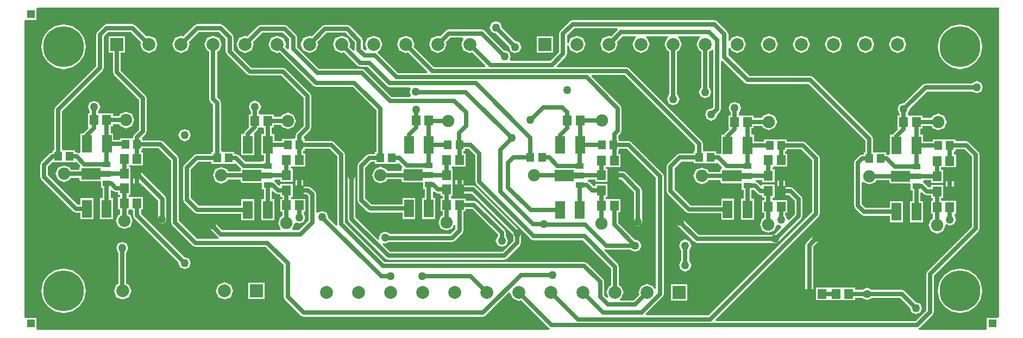
<source format=gtl>
G04 Layer_Physical_Order=1*
G04 Layer_Color=255*
%FSLAX25Y25*%
%MOIN*%
G70*
G01*
G75*
%ADD10R,0.05512X0.05906*%
%ADD11C,0.07500*%
%ADD12R,0.04724X0.05512*%
%ADD13R,0.05906X0.11024*%
%ADD14R,0.05118X0.03543*%
%ADD15R,0.05000X0.05000*%
%ADD16C,0.02500*%
%ADD17C,0.07874*%
%ADD18R,0.07874X0.07874*%
%ADD19C,0.25000*%
%ADD20C,0.05000*%
G36*
X365191Y185465D02*
X361013Y181287D01*
X359670Y181844D01*
X355891Y180279D01*
X354326Y176500D01*
X355891Y172721D01*
X359670Y171156D01*
X363449Y172721D01*
X365014Y176500D01*
X364458Y177843D01*
X368179Y181565D01*
X376118D01*
X376313Y180584D01*
X375576Y180279D01*
X374011Y176500D01*
X375576Y172721D01*
X379355Y171156D01*
X383134Y172721D01*
X384699Y176500D01*
X383134Y180279D01*
X382397Y180584D01*
X382592Y181565D01*
X395803D01*
X395998Y180584D01*
X395262Y180279D01*
X393696Y176500D01*
X395262Y172721D01*
X396605Y172165D01*
Y145613D01*
X396521Y145579D01*
X395412Y142900D01*
X396521Y140221D01*
X399200Y139112D01*
X401879Y140221D01*
X402988Y142900D01*
X401879Y145579D01*
X401475Y145746D01*
Y172165D01*
X402819Y172721D01*
X404384Y176500D01*
X402819Y180279D01*
X402082Y180584D01*
X402277Y181565D01*
X415488D01*
X415683Y180584D01*
X414947Y180279D01*
X413381Y176500D01*
X414947Y172721D01*
X416290Y172165D01*
Y150031D01*
X415921Y149879D01*
X414812Y147200D01*
X415921Y144521D01*
X418600Y143412D01*
X421279Y144521D01*
X422388Y147200D01*
X421279Y149879D01*
X421161Y149928D01*
Y172165D01*
X422504Y172721D01*
X422684Y173156D01*
X423665Y172961D01*
Y137909D01*
X422757Y137001D01*
X422513Y137102D01*
X419835Y135992D01*
X418725Y133313D01*
X419835Y130635D01*
X422513Y129525D01*
X425192Y130635D01*
X426302Y133313D01*
X426201Y133557D01*
X427822Y135178D01*
X428535Y136900D01*
Y166006D01*
X429535Y166420D01*
X443078Y152878D01*
X444800Y152165D01*
X482191D01*
X516921Y117435D01*
Y110056D01*
X515995D01*
Y108835D01*
X515165D01*
X513443Y108122D01*
X510728Y105407D01*
X510015Y103685D01*
Y93743D01*
X509965Y93623D01*
Y77300D01*
X510678Y75578D01*
X514350Y71906D01*
X516072Y71193D01*
X532210D01*
Y67116D01*
X540116D01*
Y80140D01*
X532210D01*
Y76064D01*
X517080D01*
X514835Y78309D01*
Y91748D01*
X515835Y91947D01*
X515902Y91787D01*
X519537Y90281D01*
X523173Y91787D01*
X523670Y92988D01*
X531720D01*
Y92019D01*
X532037Y91254D01*
X532802Y90936D01*
X544535D01*
X544795Y90763D01*
Y86751D01*
X545918D01*
Y80140D01*
X544415D01*
Y67116D01*
X552320D01*
Y80140D01*
X550789D01*
Y85420D01*
X551713Y85803D01*
X553069Y84447D01*
X554791Y83733D01*
X557244D01*
Y82216D01*
X558565D01*
Y80321D01*
X557244D01*
Y72416D01*
X558565D01*
Y69401D01*
X557365Y68904D01*
X555859Y65268D01*
X557365Y61633D01*
X561000Y60127D01*
X564636Y61633D01*
X566103Y65177D01*
X566207Y65319D01*
X566960Y65904D01*
X568874Y65112D01*
X571553Y66221D01*
X572662Y68900D01*
X571620Y71416D01*
X572022Y72416D01*
X572630D01*
Y80321D01*
X565756D01*
X565118Y80321D01*
X564143Y80321D01*
X563435Y81028D01*
Y82216D01*
X564756D01*
Y90121D01*
X557244D01*
Y88604D01*
X555800D01*
X553159Y91245D01*
X552449Y91539D01*
X552349Y92111D01*
X553103Y92988D01*
X557244D01*
Y91470D01*
X564756D01*
Y99376D01*
X563435D01*
Y100916D01*
X564756D01*
Y100916D01*
X565118D01*
Y100916D01*
X572630D01*
Y108821D01*
X571309D01*
Y110713D01*
X572242D01*
Y112033D01*
X578023D01*
X582365Y107691D01*
Y64409D01*
X554978Y37022D01*
X554265Y35300D01*
Y13009D01*
X547691Y6435D01*
X425386D01*
X425003Y7359D01*
X488422Y70778D01*
X489135Y72500D01*
Y106300D01*
X488422Y108022D01*
X480322Y116122D01*
X478600Y116835D01*
X468686D01*
Y118156D01*
X462599D01*
X461962Y118156D01*
X460961Y118156D01*
X454875D01*
Y116835D01*
X448692D01*
Y120912D01*
X447220D01*
Y124947D01*
X448530D01*
Y126454D01*
X453743D01*
X454235Y125265D01*
X457871Y123759D01*
X461506Y125265D01*
X463012Y128900D01*
X461506Y132536D01*
X457871Y134041D01*
X454235Y132536D01*
X453734Y131325D01*
X448530D01*
Y132853D01*
X441018D01*
Y132853D01*
X440656D01*
Y132853D01*
X439335D01*
Y134620D01*
X439579Y134721D01*
X440688Y137400D01*
X439579Y140079D01*
X436900Y141188D01*
X434221Y140079D01*
X433112Y137400D01*
X434221Y134721D01*
X434465Y134620D01*
Y132853D01*
X433144D01*
Y124947D01*
X433144D01*
X433425Y124269D01*
X430813Y121657D01*
X430504Y120912D01*
X428582D01*
Y109722D01*
X427582Y109053D01*
X426660Y109435D01*
X425406D01*
Y110756D01*
X419319D01*
X418681Y110756D01*
X418099D01*
X417392Y111463D01*
Y115443D01*
X416679Y117165D01*
X372022Y161822D01*
X370300Y162535D01*
X328186D01*
X327803Y163459D01*
X333222Y168878D01*
X333935Y170600D01*
Y175591D01*
X334935Y175790D01*
X336206Y172721D01*
X339985Y171156D01*
X343764Y172721D01*
X345329Y176500D01*
X343764Y180279D01*
X339985Y181844D01*
X336206Y180279D01*
X334935Y177210D01*
X333935Y177409D01*
Y182091D01*
X338309Y186465D01*
X364826D01*
X365191Y185465D01*
D02*
G37*
G36*
X598981Y9301D02*
X598500Y8500D01*
X597980Y8500D01*
X591500D01*
Y2019D01*
X591500Y1500D01*
X590699Y1020D01*
X549997D01*
X549798Y2019D01*
X550422Y2278D01*
X558422Y10278D01*
X559135Y12000D01*
Y34291D01*
X586522Y61678D01*
X587235Y63400D01*
Y108700D01*
X586522Y110422D01*
X580754Y116191D01*
X579032Y116904D01*
X572242D01*
Y118224D01*
X565518D01*
Y118225D01*
X565156D01*
Y118224D01*
X558431D01*
Y116850D01*
X552320D01*
Y120940D01*
X550803D01*
Y124876D01*
X552158D01*
Y126393D01*
X557661D01*
X558158Y125193D01*
X561794Y123687D01*
X565429Y125193D01*
X566935Y128828D01*
X565429Y132464D01*
X561794Y133970D01*
X558158Y132464D01*
X557661Y131264D01*
X552158D01*
Y132781D01*
X545284D01*
X544647Y132781D01*
X543671Y132781D01*
X543494Y132958D01*
X543207Y133921D01*
X544317Y136600D01*
X544216Y136843D01*
X554937Y147565D01*
X582635D01*
X582676Y147467D01*
X585354Y146357D01*
X588033Y147467D01*
X589143Y150146D01*
X588033Y152824D01*
X585354Y153934D01*
X582676Y152824D01*
X582514Y152435D01*
X553928D01*
X552206Y151722D01*
X540772Y140288D01*
X540528Y140388D01*
X537850Y139279D01*
X536740Y136600D01*
X537850Y133921D01*
X538093Y133820D01*
Y132781D01*
X536772D01*
Y124876D01*
X536772D01*
X536995Y124339D01*
X534441Y121785D01*
X534091Y120940D01*
X532210D01*
Y108985D01*
X531210Y108317D01*
X530200Y108735D01*
X529806D01*
Y110056D01*
X523081D01*
Y110056D01*
X522792D01*
X521792Y110233D01*
Y118443D01*
X521079Y120165D01*
X484922Y156322D01*
X483200Y157035D01*
X445809D01*
X432935Y169909D01*
Y174203D01*
X433935Y174402D01*
X434632Y172721D01*
X438410Y171156D01*
X442189Y172721D01*
X443754Y176500D01*
X442189Y180279D01*
X438410Y181844D01*
X434632Y180279D01*
X433935Y178598D01*
X432935Y178797D01*
Y182700D01*
X432222Y184422D01*
X426022Y190622D01*
X424300Y191335D01*
X337300D01*
X335578Y190622D01*
X329778Y184822D01*
X329065Y183100D01*
Y171609D01*
X323791Y166335D01*
X299384D01*
X298716Y167335D01*
X299488Y169200D01*
X298379Y171879D01*
X295700Y172988D01*
X295457Y172888D01*
X285172Y183172D01*
X285142Y183184D01*
X283405Y184922D01*
X281682Y185635D01*
X261350D01*
X259628Y184922D01*
X255994Y181287D01*
X254650Y181844D01*
X250872Y180279D01*
X249307Y176500D01*
X250872Y172721D01*
X254650Y171156D01*
X258429Y172721D01*
X259994Y176500D01*
X259438Y177843D01*
X262359Y180765D01*
X269736D01*
X270344Y179765D01*
X268992Y176500D01*
X270557Y172721D01*
X274335Y171156D01*
X275679Y171713D01*
X283932Y163459D01*
X283549Y162535D01*
X252374D01*
X239753Y175157D01*
X240309Y176500D01*
X238744Y180279D01*
X234965Y181844D01*
X231187Y180279D01*
X229622Y176500D01*
X231187Y172721D01*
X234965Y171156D01*
X236309Y171713D01*
X248362Y159659D01*
X247979Y158735D01*
X230309D01*
X217889Y171155D01*
X217909Y172245D01*
X219059Y172721D01*
X220624Y176500D01*
X219059Y180279D01*
X215280Y181844D01*
X211502Y180279D01*
X209936Y176500D01*
X211062Y173783D01*
X210442Y172666D01*
X210044Y172600D01*
X208635Y174009D01*
Y178900D01*
X207922Y180622D01*
X200722Y187822D01*
X199000Y188535D01*
X185510D01*
X183788Y187822D01*
X177253Y181287D01*
X175910Y181844D01*
X172132Y180279D01*
X170566Y176500D01*
X172132Y172721D01*
X175910Y171156D01*
X179689Y172721D01*
X181254Y176500D01*
X180698Y177843D01*
X186519Y183665D01*
X197991D01*
X203765Y177891D01*
Y173189D01*
X203234Y172827D01*
X202841Y172699D01*
X200383Y175157D01*
X200939Y176500D01*
X199374Y180279D01*
X195595Y181844D01*
X191817Y180279D01*
X190252Y176500D01*
X191817Y172721D01*
X195595Y171156D01*
X196939Y171713D01*
X205273Y163378D01*
X206995Y162665D01*
X211691D01*
X223478Y150878D01*
X225200Y150165D01*
X237495D01*
X238163Y149165D01*
X237368Y147246D01*
X238201Y145235D01*
X237533Y144235D01*
X226309D01*
X209822Y160722D01*
X208100Y161435D01*
X181809D01*
X168435Y174809D01*
Y180700D01*
X167722Y182422D01*
X162322Y187822D01*
X160600Y188535D01*
X146140D01*
X144418Y187822D01*
X137883Y181287D01*
X136540Y181844D01*
X132762Y180279D01*
X131196Y176500D01*
X132762Y172721D01*
X136540Y171156D01*
X140319Y172721D01*
X141884Y176500D01*
X141328Y177843D01*
X147149Y183665D01*
X159591D01*
X163565Y179691D01*
Y174019D01*
X162934Y173615D01*
X162641Y173529D01*
X161013Y175157D01*
X161569Y176500D01*
X160004Y180279D01*
X156225Y181844D01*
X152447Y180279D01*
X150881Y176500D01*
X152447Y172721D01*
X156225Y171156D01*
X157569Y171713D01*
X178203Y151078D01*
X179925Y150365D01*
X202491D01*
X216921Y135934D01*
Y110456D01*
X215995D01*
Y109135D01*
X212600D01*
X210878Y108422D01*
X205978Y103522D01*
X205265Y101800D01*
Y80869D01*
X205978Y79146D01*
X211246Y73878D01*
X212968Y73165D01*
X232984D01*
Y69088D01*
X240890D01*
Y82112D01*
X232984D01*
Y78035D01*
X213977D01*
X210135Y81877D01*
Y100791D01*
X213609Y104265D01*
X215995D01*
Y102944D01*
X222081D01*
X222719Y102944D01*
X223719Y102944D01*
X229805D01*
Y103136D01*
X230805Y103550D01*
X232910Y101446D01*
X232839Y100335D01*
X232522Y99569D01*
Y98595D01*
X223700D01*
X223203Y99795D01*
X219568Y101301D01*
X215932Y99795D01*
X214426Y96160D01*
X215932Y92524D01*
X219568Y91018D01*
X223203Y92524D01*
X223700Y93724D01*
X232522D01*
Y92750D01*
X232839Y91985D01*
X233605Y91668D01*
X245337D01*
X245597Y91494D01*
Y87483D01*
X246721D01*
Y82112D01*
X245189D01*
Y69088D01*
X253095D01*
Y82112D01*
X251591D01*
Y85727D01*
X252515Y86110D01*
X253047Y85578D01*
X254769Y84865D01*
X256347D01*
Y83347D01*
X257667D01*
Y81853D01*
X256347D01*
Y73947D01*
X257667D01*
Y71333D01*
X256467Y70836D01*
X254961Y67200D01*
X256467Y63564D01*
X260102Y62059D01*
X263738Y63564D01*
X264541Y65504D01*
X265541Y65305D01*
Y62985D01*
X262491Y59935D01*
X225168D01*
X224956Y60447D01*
X222277Y61557D01*
X219598Y60447D01*
X218489Y57768D01*
X218842Y56917D01*
X217994Y56350D01*
X204235Y70109D01*
Y95640D01*
X203522Y97362D01*
X201800Y98075D01*
X200078Y97362D01*
X199365Y95640D01*
Y69100D01*
X200078Y67378D01*
X222578Y44878D01*
X224300Y44165D01*
X295400D01*
X297122Y44878D01*
X305122Y52878D01*
X305835Y54600D01*
Y60300D01*
X305122Y62022D01*
X304976Y62168D01*
X304976Y62168D01*
X278122Y89022D01*
X276400Y89735D01*
X270412D01*
Y96160D01*
X269699Y97882D01*
X267976Y98595D01*
X266254Y97882D01*
X265541Y96160D01*
Y87300D01*
X266254Y85578D01*
X267976Y84865D01*
X275391D01*
X300965Y59291D01*
Y55609D01*
X294391Y49035D01*
X225309D01*
X220859Y53485D01*
X221426Y54333D01*
X222277Y53980D01*
X224895Y55065D01*
X263500D01*
X265222Y55778D01*
X269699Y60254D01*
X270412Y61976D01*
Y73947D01*
X271732D01*
Y75465D01*
X275891D01*
X291665Y59691D01*
Y58681D01*
X291276Y58520D01*
X290166Y55841D01*
X291276Y53163D01*
X293954Y52053D01*
X296633Y53163D01*
X297743Y55841D01*
X296633Y58520D01*
X296535Y58561D01*
Y60700D01*
X295822Y62422D01*
X278622Y79622D01*
X276900Y80335D01*
X271732D01*
Y81853D01*
X264858D01*
X264220Y81853D01*
X263245Y81853D01*
X262750Y82347D01*
X263051Y83347D01*
X263858D01*
Y91253D01*
X263858D01*
Y92207D01*
X263858D01*
Y100113D01*
X263419D01*
X263005Y101113D01*
X263239Y101347D01*
X263858D01*
X264858Y101347D01*
X271732D01*
Y109253D01*
X270412D01*
Y111044D01*
X271345D01*
Y112365D01*
X273591D01*
X277665Y108291D01*
Y92000D01*
X278378Y90278D01*
X311778Y56878D01*
X313500Y56165D01*
X343691D01*
X360995Y38861D01*
Y28435D01*
X359651Y27879D01*
X358086Y24100D01*
X359237Y21321D01*
X358389Y20755D01*
X356735Y22409D01*
Y30700D01*
X356022Y32422D01*
X346276Y42168D01*
X344554Y42881D01*
X222163D01*
X197835Y67209D01*
Y108841D01*
X197122Y110563D01*
X191163Y116522D01*
X189441Y117235D01*
X173043D01*
Y118556D01*
X172802D01*
X172400Y119556D01*
X176522Y123678D01*
X177235Y125400D01*
Y144700D01*
X176522Y146422D01*
X161522Y161422D01*
X159800Y162135D01*
X140309D01*
X129435Y173009D01*
Y180900D01*
X128722Y182622D01*
X123122Y188222D01*
X121400Y188935D01*
X107170D01*
X105448Y188222D01*
X98513Y181287D01*
X97170Y181844D01*
X93392Y180279D01*
X91826Y176500D01*
X93392Y172721D01*
X97170Y171156D01*
X100949Y172721D01*
X102514Y176500D01*
X101957Y177843D01*
X108179Y184065D01*
X120391D01*
X124565Y179891D01*
Y172000D01*
X125278Y170278D01*
X137578Y157978D01*
X139300Y157265D01*
X158791D01*
X172365Y143691D01*
Y126409D01*
X167958Y122002D01*
X167245Y120280D01*
Y119263D01*
X166538Y118556D01*
X165318Y118556D01*
X159231D01*
Y117235D01*
X154292D01*
Y121312D01*
X152775D01*
Y125547D01*
X154095D01*
Y127065D01*
X158461D01*
X158958Y125865D01*
X162594Y124359D01*
X166229Y125865D01*
X167735Y129500D01*
X166229Y133135D01*
X162594Y134641D01*
X158958Y133135D01*
X158461Y131935D01*
X154095D01*
Y133453D01*
X147221D01*
X146583Y133453D01*
X145608Y133453D01*
X144901Y134160D01*
Y135420D01*
X145144Y135521D01*
X146254Y138200D01*
X145144Y140879D01*
X142465Y141988D01*
X139787Y140879D01*
X138677Y138200D01*
X139787Y135521D01*
X140030Y135420D01*
Y133453D01*
X138709D01*
Y125547D01*
X138709Y125547D01*
X138709D01*
X138096Y124840D01*
X136413Y123157D01*
X135699Y121435D01*
Y121312D01*
X134182D01*
Y108288D01*
X142087D01*
Y121312D01*
X142087D01*
X141902Y121758D01*
X144187Y124043D01*
X144810Y125547D01*
X146221Y125547D01*
X147197Y125547D01*
X147904Y124840D01*
Y121312D01*
X146387D01*
Y108288D01*
X147918D01*
Y104637D01*
X146794D01*
Y104301D01*
X136643D01*
X132422Y108522D01*
X130700Y109235D01*
X129706D01*
Y110556D01*
X123619D01*
X122981Y110556D01*
X122399D01*
X121692Y111263D01*
Y140543D01*
X120979Y142265D01*
X119290Y143954D01*
Y172165D01*
X120634Y172721D01*
X122199Y176500D01*
X120634Y180279D01*
X116855Y181844D01*
X113076Y180279D01*
X111511Y176500D01*
X113076Y172721D01*
X114420Y172165D01*
Y142945D01*
X115133Y141223D01*
X116821Y139534D01*
Y110556D01*
X115894D01*
Y109235D01*
X106900D01*
X105178Y108522D01*
X98978Y102322D01*
X98265Y100600D01*
Y81169D01*
X98978Y79447D01*
X105246Y73178D01*
X106968Y72465D01*
X134182D01*
Y68388D01*
X142087D01*
Y81412D01*
X134182D01*
Y77335D01*
X107977D01*
X103135Y82177D01*
Y99591D01*
X107909Y104365D01*
X115894D01*
Y103044D01*
X121981D01*
X122619Y103044D01*
X123619Y103044D01*
X129706D01*
Y103044D01*
X130629Y103427D01*
X133913Y100143D01*
X134022Y100098D01*
X133720Y99369D01*
Y98390D01*
X125970D01*
X125472Y99590D01*
X121837Y101096D01*
X118201Y99590D01*
X116696Y95954D01*
X118201Y92319D01*
X121837Y90813D01*
X125472Y92319D01*
X125970Y93519D01*
X133720D01*
Y92550D01*
X134037Y91785D01*
X134802Y91468D01*
X146535D01*
X146794Y91294D01*
Y87283D01*
X147918D01*
Y81412D01*
X146387D01*
Y68388D01*
X154292D01*
Y81412D01*
X152789D01*
Y85905D01*
X153713Y86288D01*
X154923Y85078D01*
X156645Y84365D01*
X158072D01*
Y82847D01*
X159393D01*
Y81553D01*
X158072D01*
Y73647D01*
X159393D01*
Y71016D01*
X158232Y70535D01*
X156726Y66900D01*
X158232Y63265D01*
X158047Y62335D01*
X122509D01*
X118122Y66722D01*
X116400Y67435D01*
X114678Y66722D01*
X113965Y65000D01*
X114678Y63278D01*
X119778Y58178D01*
X120363Y57935D01*
X120165Y56935D01*
X107137D01*
X95835Y68237D01*
Y106200D01*
X95122Y107922D01*
X86222Y116822D01*
X84500Y117535D01*
X73439D01*
Y118856D01*
X73439D01*
X73281Y119237D01*
X75522Y121478D01*
X76235Y123200D01*
Y143400D01*
X75522Y145122D01*
X60235Y160409D01*
Y171563D01*
X62737D01*
Y181437D01*
X52863D01*
Y171563D01*
X55365D01*
Y159400D01*
X56078Y157678D01*
X71365Y142391D01*
Y124209D01*
X68355Y121199D01*
X67642Y119477D01*
X67020Y118856D01*
X65715Y118856D01*
X59628D01*
Y117735D01*
X55555D01*
Y121812D01*
X53972D01*
Y126047D01*
X55293D01*
Y127565D01*
X59167D01*
X59664Y126365D01*
X63300Y124859D01*
X66935Y126365D01*
X68441Y130000D01*
X66935Y133635D01*
X63300Y135141D01*
X59664Y133635D01*
X59167Y132435D01*
X55293D01*
Y133953D01*
X48419D01*
X47781Y133953D01*
X46806Y133953D01*
X46507Y134251D01*
X46479Y135321D01*
X47588Y138000D01*
X46479Y140679D01*
X43800Y141788D01*
X41121Y140679D01*
X40012Y138000D01*
X41121Y135321D01*
X41228Y135277D01*
Y133953D01*
X39907D01*
Y126047D01*
X39907D01*
X40266Y125047D01*
X37676Y122457D01*
X37408Y121812D01*
X35445D01*
Y110148D01*
X35306Y109996D01*
X34445Y109562D01*
X33060Y110135D01*
X32234D01*
Y111415D01*
X26147D01*
X25510Y111415D01*
X24927D01*
X24220Y112122D01*
Y135476D01*
X49122Y160378D01*
X49835Y162100D01*
Y181491D01*
X52409Y184065D01*
X66476D01*
X72698Y177843D01*
X72141Y176500D01*
X73706Y172721D01*
X77485Y171156D01*
X81264Y172721D01*
X82829Y176500D01*
X81264Y180279D01*
X77485Y181844D01*
X76142Y181287D01*
X69207Y188222D01*
X67485Y188935D01*
X51400D01*
X49678Y188222D01*
X45678Y184222D01*
X44965Y182500D01*
Y163109D01*
X20063Y138207D01*
X19350Y136485D01*
Y111415D01*
X18423D01*
Y110094D01*
X18259D01*
X16537Y109381D01*
X11378Y104222D01*
X10665Y102500D01*
Y95200D01*
X11378Y93478D01*
X31078Y73778D01*
X32800Y73065D01*
X35345D01*
Y68988D01*
X43250D01*
Y82012D01*
X35345D01*
Y77935D01*
X33809D01*
X15535Y96209D01*
Y101491D01*
X18087Y104042D01*
X18423Y103903D01*
Y103903D01*
X24509D01*
X25147Y103903D01*
X26147Y103903D01*
X32234D01*
Y103903D01*
X33067Y104248D01*
X35363Y101953D01*
X35200Y101135D01*
X34883Y100369D01*
Y99395D01*
X29461D01*
X28964Y100595D01*
X25328Y102101D01*
X21693Y100595D01*
X20187Y96960D01*
X21693Y93324D01*
X25328Y91818D01*
X28964Y93324D01*
X29461Y94525D01*
X34883D01*
Y93550D01*
X35200Y92785D01*
X35965Y92468D01*
X47698D01*
X47958Y92294D01*
Y88283D01*
X49081D01*
Y82012D01*
X47550D01*
Y68988D01*
X55455D01*
Y82012D01*
X53952D01*
Y86597D01*
X54876Y86980D01*
X55478Y86378D01*
X57200Y85665D01*
X58507D01*
Y84147D01*
X59828D01*
Y82853D01*
X58507D01*
Y74947D01*
X59865D01*
Y72233D01*
X58665Y71736D01*
X57159Y68100D01*
X58665Y64464D01*
X62300Y62959D01*
X65935Y64464D01*
X67441Y68100D01*
X65935Y71736D01*
X64735Y72233D01*
Y74240D01*
X65443Y74947D01*
X66019D01*
X66995Y74947D01*
X67702Y74240D01*
Y71263D01*
X68415Y69541D01*
X95613Y42343D01*
X95512Y42100D01*
X96621Y39421D01*
X99300Y38312D01*
X101979Y39421D01*
X103088Y42100D01*
X101979Y44779D01*
X99300Y45888D01*
X99057Y45788D01*
X72572Y72272D01*
Y74947D01*
X73893D01*
Y82853D01*
X67019D01*
X66381Y82853D01*
X65405Y82853D01*
X65111Y83147D01*
X65525Y84147D01*
X66019D01*
Y92053D01*
X66019D01*
X66047Y93002D01*
X66047D01*
X66047Y93041D01*
Y100907D01*
X65608D01*
X65194Y101907D01*
X65434Y102147D01*
X66019D01*
X67019Y102147D01*
X73893D01*
Y110053D01*
X72572D01*
Y111344D01*
X73439D01*
Y112665D01*
X83491D01*
X90965Y105191D01*
Y67228D01*
X91678Y65506D01*
X104406Y52778D01*
X106128Y52065D01*
X148991D01*
X160158Y40898D01*
Y21406D01*
X160872Y19684D01*
X170678Y9878D01*
X172400Y9165D01*
X282300D01*
X284022Y9878D01*
X298107Y23963D01*
X299215Y23656D01*
X300596Y20321D01*
X304375Y18756D01*
X305718Y19313D01*
X322753Y2278D01*
X323376Y2019D01*
X323178Y1020D01*
X9301D01*
X8500Y1500D01*
X8500Y2019D01*
Y8500D01*
X2019D01*
X1500Y8500D01*
X1020Y9301D01*
Y190699D01*
X1500Y191500D01*
X2019Y191500D01*
X8500D01*
Y197980D01*
X8500Y198500D01*
X9301Y198980D01*
X598981D01*
Y9301D01*
D02*
G37*
G36*
X192965Y107832D02*
Y66200D01*
X193200Y65632D01*
X192352Y65066D01*
X187379Y70039D01*
X187479Y70283D01*
X186370Y72961D01*
X183691Y74071D01*
X181135Y73012D01*
X180135Y73391D01*
Y84300D01*
X179422Y86022D01*
X176922Y88522D01*
X175200Y89235D01*
X172138D01*
Y95954D01*
X171424Y97676D01*
X169702Y98390D01*
X167980Y97676D01*
X167267Y95954D01*
Y86800D01*
X167980Y85078D01*
X169702Y84365D01*
X174191D01*
X175265Y83291D01*
Y68109D01*
X169491Y62335D01*
X165688D01*
X165503Y63265D01*
X166813Y66426D01*
X167933Y67045D01*
X169702Y66312D01*
X172381Y67421D01*
X173491Y70100D01*
X172436Y72647D01*
X172819Y73647D01*
X173458D01*
Y81553D01*
X166584D01*
X165946Y81553D01*
X164971Y81553D01*
X164676Y81847D01*
X165091Y82847D01*
X165584D01*
Y90753D01*
X158072D01*
Y90231D01*
X157072Y89817D01*
X155113Y91776D01*
X154431Y92059D01*
X154332Y92647D01*
X155089Y93519D01*
X158072D01*
Y92002D01*
X165584D01*
Y99907D01*
X164908D01*
X164531Y100907D01*
X164971Y101347D01*
X165584D01*
X166584Y101347D01*
X173458D01*
Y109253D01*
X172138D01*
Y111044D01*
X173043D01*
Y112365D01*
X188432D01*
X192965Y107832D01*
D02*
G37*
G36*
X388565Y94391D02*
Y26458D01*
X387565Y26259D01*
X386894Y27879D01*
X383115Y29444D01*
X379336Y27879D01*
X377771Y24100D01*
X378328Y22757D01*
X374606Y19035D01*
X366667D01*
X366472Y20016D01*
X367209Y20321D01*
X368774Y24100D01*
X367209Y27879D01*
X365865Y28435D01*
Y39870D01*
X365152Y41592D01*
X356980Y49764D01*
X357547Y50612D01*
X358070Y50395D01*
X373075D01*
X373176Y50151D01*
X375854Y49042D01*
X378533Y50151D01*
X379643Y52830D01*
X378533Y55509D01*
X375854Y56619D01*
X375611Y56518D01*
X365446Y66682D01*
Y73547D01*
X366767D01*
Y81453D01*
X359255D01*
Y81453D01*
X358893D01*
Y81453D01*
X357572D01*
Y82847D01*
X358893D01*
Y90753D01*
X351381D01*
Y89424D01*
X350381Y89314D01*
X347918Y91776D01*
X346891Y92202D01*
X346586Y92968D01*
X346917Y93519D01*
X351381D01*
Y92007D01*
X358893D01*
Y99913D01*
X357572D01*
Y101147D01*
X358893D01*
Y101147D01*
X359255D01*
Y101147D01*
X366767D01*
Y109053D01*
X365446D01*
Y111044D01*
X365880D01*
Y112365D01*
X370591D01*
X388565Y94391D01*
D02*
G37*
G36*
X47698Y98731D02*
X54076D01*
Y95188D01*
X47698D01*
Y93550D01*
X35965D01*
Y100369D01*
X47698D01*
Y98731D01*
D02*
G37*
G36*
X245337Y97931D02*
X251715D01*
Y94388D01*
X245337D01*
Y92750D01*
X233605D01*
Y99569D01*
X245337D01*
Y97931D01*
D02*
G37*
G36*
X338072Y97732D02*
X344450D01*
Y94188D01*
X338072D01*
Y92550D01*
X326339D01*
Y99369D01*
X338072D01*
Y97732D01*
D02*
G37*
G36*
X146535D02*
X152913D01*
Y94188D01*
X146535D01*
Y92550D01*
X134802D01*
Y99369D01*
X146535D01*
Y97732D01*
D02*
G37*
G36*
X440965Y97441D02*
X447343D01*
Y93898D01*
X440965D01*
Y92260D01*
X429233D01*
Y99079D01*
X440965D01*
Y97441D01*
D02*
G37*
G36*
X544535Y97200D02*
X550913D01*
Y93657D01*
X544535D01*
Y92019D01*
X532802D01*
Y98838D01*
X544535D01*
Y97200D01*
D02*
G37*
G36*
X412521Y114435D02*
Y110756D01*
X411594D01*
Y109435D01*
X403017D01*
X401295Y108722D01*
X395778Y103206D01*
X395065Y101484D01*
Y86300D01*
X395778Y84578D01*
X406978Y73378D01*
X408700Y72665D01*
X428582D01*
Y68588D01*
X436487D01*
Y81612D01*
X428582D01*
Y77535D01*
X409709D01*
X399935Y87309D01*
Y100475D01*
X404025Y104565D01*
X411594D01*
Y103244D01*
X417681D01*
X418319Y103244D01*
X419319Y103244D01*
X425406D01*
Y103396D01*
X426405Y103810D01*
X429131Y101085D01*
X428814Y99988D01*
X428468Y99844D01*
X428151Y99079D01*
Y98099D01*
X420770D01*
X420272Y99299D01*
X416637Y100805D01*
X413001Y99299D01*
X411496Y95664D01*
X413001Y92028D01*
X416637Y90522D01*
X420272Y92028D01*
X420770Y93228D01*
X428151D01*
Y92260D01*
X428468Y91494D01*
X429233Y91177D01*
X440965D01*
X441225Y91004D01*
Y86992D01*
X442349D01*
Y81612D01*
X440787D01*
Y68588D01*
X448692D01*
Y81612D01*
X447220D01*
Y86992D01*
X448343D01*
X449174Y86582D01*
X451178Y84578D01*
X452900Y83865D01*
X453744D01*
Y82347D01*
X455065D01*
Y80853D01*
X453744D01*
Y72947D01*
X455065D01*
Y69959D01*
X453801Y69436D01*
X452296Y65800D01*
X453801Y62164D01*
X457437Y60659D01*
X461072Y62164D01*
X462302Y65134D01*
X463502Y65698D01*
X465155Y65013D01*
X465544Y63988D01*
X460991Y59435D01*
X414609D01*
X405122Y68922D01*
X403400Y69635D01*
X401678Y68922D01*
X400965Y67200D01*
X401678Y65478D01*
X411878Y55278D01*
X413600Y54565D01*
X462000D01*
X463722Y55278D01*
X477822Y69378D01*
X478535Y71100D01*
Y81300D01*
X477822Y83022D01*
X472822Y88022D01*
X471100Y88735D01*
X467809D01*
Y95664D01*
X467096Y97386D01*
X465374Y98099D01*
X463652Y97386D01*
X462939Y95664D01*
Y86300D01*
X463652Y84578D01*
X465374Y83865D01*
X470091D01*
X473665Y80291D01*
Y72109D01*
X470112Y68556D01*
X469087Y68945D01*
X468079Y71379D01*
X467809Y71490D01*
Y72947D01*
X469130D01*
Y80853D01*
X462256D01*
X461618Y80853D01*
X460642Y80853D01*
X460148Y81347D01*
X460449Y82347D01*
X461256D01*
Y90253D01*
X453744D01*
Y90207D01*
X452820Y89824D01*
X451158Y91486D01*
X449833Y92035D01*
X449614Y92568D01*
X450005Y93228D01*
X453744D01*
Y91711D01*
X461256D01*
Y99616D01*
X459953D01*
X459942Y100617D01*
X460642Y101316D01*
X461256D01*
X462256Y101316D01*
X469130D01*
Y109222D01*
X467809D01*
Y110644D01*
X468686D01*
Y111965D01*
X477591D01*
X484265Y105291D01*
Y73509D01*
X420691Y9935D01*
X382594D01*
X382179Y10935D01*
X392722Y21478D01*
X393435Y23200D01*
Y95400D01*
X392722Y97122D01*
X373322Y116522D01*
X371600Y117235D01*
X365880D01*
Y118556D01*
X365446D01*
Y120420D01*
X366822Y121796D01*
X367535Y123518D01*
Y137200D01*
X366822Y138922D01*
X349003Y156741D01*
X349386Y157665D01*
X369291D01*
X412521Y114435D01*
D02*
G37*
%LPC*%
G36*
X568874Y97858D02*
X567152Y97145D01*
X566439Y95423D01*
Y86168D01*
X567152Y84447D01*
X568874Y83733D01*
X570596Y84447D01*
X571309Y86168D01*
Y95423D01*
X570596Y97145D01*
X568874Y97858D01*
D02*
G37*
G36*
X486800Y59727D02*
X485078Y59013D01*
X480941Y54876D01*
X480228Y53154D01*
Y23200D01*
X480941Y21478D01*
X482663Y20765D01*
X484385Y21478D01*
X485098Y23200D01*
Y52146D01*
X488522Y55569D01*
X489235Y57291D01*
X488522Y59013D01*
X486800Y59727D01*
D02*
G37*
G36*
X494293Y27153D02*
Y27153D01*
X486781D01*
Y19247D01*
X494293D01*
Y19247D01*
X495207D01*
Y19247D01*
X502081D01*
X502719Y19247D01*
X503719Y19247D01*
X510593D01*
Y20765D01*
X515320D01*
X515421Y20521D01*
X518100Y19412D01*
X520779Y20521D01*
X520880Y20765D01*
X538291D01*
X544412Y14643D01*
X544312Y14400D01*
X545421Y11721D01*
X548100Y10612D01*
X550779Y11721D01*
X551888Y14400D01*
X550779Y17079D01*
X548100Y18188D01*
X547857Y18088D01*
X541022Y24922D01*
X539300Y25635D01*
X520880D01*
X520779Y25879D01*
X518100Y26988D01*
X515421Y25879D01*
X515320Y25635D01*
X510593D01*
Y27153D01*
X503719D01*
X503081Y27153D01*
X502081Y27153D01*
X495207D01*
Y27153D01*
X494293D01*
D02*
G37*
G36*
X325237Y181437D02*
X315363D01*
Y171563D01*
X325237D01*
Y181437D01*
D02*
G37*
G36*
X536835Y181844D02*
X533057Y180279D01*
X531492Y176500D01*
X533057Y172721D01*
X536835Y171156D01*
X540614Y172721D01*
X542179Y176500D01*
X540614Y180279D01*
X536835Y181844D01*
D02*
G37*
G36*
X517150D02*
X513372Y180279D01*
X511807Y176500D01*
X513372Y172721D01*
X517150Y171156D01*
X520929Y172721D01*
X522494Y176500D01*
X520929Y180279D01*
X517150Y181844D01*
D02*
G37*
G36*
X497465D02*
X493687Y180279D01*
X492122Y176500D01*
X493687Y172721D01*
X497465Y171156D01*
X501244Y172721D01*
X502809Y176500D01*
X501244Y180279D01*
X497465Y181844D01*
D02*
G37*
G36*
X477780D02*
X474002Y180279D01*
X472437Y176500D01*
X474002Y172721D01*
X477780Y171156D01*
X481559Y172721D01*
X483124Y176500D01*
X481559Y180279D01*
X477780Y181844D01*
D02*
G37*
G36*
X458095D02*
X454317Y180279D01*
X452751Y176500D01*
X454317Y172721D01*
X458095Y171156D01*
X461874Y172721D01*
X463439Y176500D01*
X461874Y180279D01*
X458095Y181844D01*
D02*
G37*
G36*
X290300Y190688D02*
X287621Y189579D01*
X286512Y186900D01*
X287621Y184221D01*
X290300Y183112D01*
X290543Y183212D01*
X298542Y175214D01*
X298412Y174900D01*
X299521Y172221D01*
X302200Y171112D01*
X304879Y172221D01*
X305988Y174900D01*
X304879Y177579D01*
X302200Y178688D01*
X302027Y178617D01*
X293988Y186657D01*
X294088Y186900D01*
X292979Y189579D01*
X290300Y190688D01*
D02*
G37*
G36*
X575000Y188765D02*
X569733Y187717D01*
X565267Y184733D01*
X562283Y180267D01*
X561236Y175000D01*
X562283Y169733D01*
X565267Y165267D01*
X569733Y162283D01*
X575000Y161235D01*
X580267Y162283D01*
X584733Y165267D01*
X587717Y169733D01*
X588764Y175000D01*
X587717Y180267D01*
X584733Y184733D01*
X580267Y187717D01*
X575000Y188765D01*
D02*
G37*
G36*
X25000D02*
X19733Y187717D01*
X15267Y184733D01*
X12283Y180267D01*
X11236Y175000D01*
X12283Y169733D01*
X15267Y165267D01*
X19733Y162283D01*
X25000Y161235D01*
X30267Y162283D01*
X34733Y165267D01*
X37717Y169733D01*
X38765Y175000D01*
X37717Y180267D01*
X34733Y184733D01*
X30267Y187717D01*
X25000Y188765D01*
D02*
G37*
G36*
X99300Y124388D02*
X96621Y123279D01*
X95512Y120600D01*
X96621Y117921D01*
X99300Y116812D01*
X101979Y117921D01*
X103088Y120600D01*
X101979Y123279D01*
X99300Y124388D01*
D02*
G37*
G36*
X70165Y99390D02*
X68443Y98676D01*
X67730Y96954D01*
Y88128D01*
X68443Y86406D01*
X70165Y85693D01*
X71887Y86406D01*
X72601Y88128D01*
Y89768D01*
X73525Y90151D01*
X83165Y80511D01*
Y68800D01*
X83878Y67078D01*
X85600Y66365D01*
X87322Y67078D01*
X88035Y68800D01*
Y81520D01*
X87322Y83242D01*
X71887Y98676D01*
X70165Y99390D01*
D02*
G37*
G36*
X148437Y29937D02*
X138563D01*
Y20063D01*
X148437D01*
Y29937D01*
D02*
G37*
G36*
X123815Y30344D02*
X120036Y28779D01*
X118471Y25000D01*
X120036Y21221D01*
X123815Y19656D01*
X127594Y21221D01*
X129159Y25000D01*
X127594Y28779D01*
X123815Y30344D01*
D02*
G37*
G36*
X61085Y55088D02*
X58406Y53979D01*
X57297Y51300D01*
X58406Y48621D01*
X58650Y48520D01*
Y29240D01*
X57536Y28779D01*
X55971Y25000D01*
X57536Y21221D01*
X61315Y19656D01*
X65094Y21221D01*
X66659Y25000D01*
X65094Y28779D01*
X63520Y29430D01*
Y48520D01*
X63764Y48621D01*
X64873Y51300D01*
X63764Y53979D01*
X61085Y55088D01*
D02*
G37*
G36*
X575000Y38765D02*
X569733Y37717D01*
X565267Y34733D01*
X562283Y30267D01*
X561236Y25000D01*
X562283Y19733D01*
X565267Y15267D01*
X569733Y12283D01*
X575000Y11236D01*
X580267Y12283D01*
X584733Y15267D01*
X587717Y19733D01*
X588764Y25000D01*
X587717Y30267D01*
X584733Y34733D01*
X580267Y37717D01*
X575000Y38765D01*
D02*
G37*
G36*
X25000D02*
X19733Y37717D01*
X15267Y34733D01*
X12283Y30267D01*
X11236Y25000D01*
X12283Y19733D01*
X15267Y15267D01*
X19733Y12283D01*
X25000Y11236D01*
X30267Y12283D01*
X34733Y15267D01*
X37717Y19733D01*
X38765Y25000D01*
X37717Y30267D01*
X34733Y34733D01*
X30267Y37717D01*
X25000Y38765D01*
D02*
G37*
G36*
X368409Y98395D02*
X363011D01*
X361289Y97682D01*
X360576Y95960D01*
X361289Y94238D01*
X363011Y93524D01*
X367400D01*
X375065Y85860D01*
Y67228D01*
X375778Y65506D01*
X377500Y64793D01*
X379222Y65506D01*
X379935Y67228D01*
Y86869D01*
X379222Y88591D01*
X370131Y97682D01*
X368409Y98395D01*
D02*
G37*
G36*
X406539Y56619D02*
X403860Y55509D01*
X402751Y52830D01*
X403860Y50151D01*
X404104Y50051D01*
Y43460D01*
X403776Y43325D01*
X402666Y40646D01*
X403776Y37967D01*
X406454Y36857D01*
X409133Y37967D01*
X410243Y40646D01*
X409133Y43325D01*
X408974Y43390D01*
Y50051D01*
X409218Y50151D01*
X410327Y52830D01*
X409218Y55509D01*
X406539Y56619D01*
D02*
G37*
G36*
X407737Y29037D02*
X397863D01*
Y19163D01*
X407737D01*
Y29037D01*
D02*
G37*
%LPD*%
D10*
X482663Y23200D02*
D03*
X490537D02*
D03*
X506837D02*
D03*
X498963D02*
D03*
X568874Y86168D02*
D03*
X561000D02*
D03*
Y76368D02*
D03*
X568874D02*
D03*
Y95423D02*
D03*
X561000D02*
D03*
X568874Y104868D02*
D03*
X561000D02*
D03*
X548402Y128828D02*
D03*
X540528D02*
D03*
X465374Y105269D02*
D03*
X457500D02*
D03*
X465374Y95664D02*
D03*
X457500D02*
D03*
X465374Y86300D02*
D03*
X457500D02*
D03*
Y76900D02*
D03*
X465374D02*
D03*
X444774Y128900D02*
D03*
X436900D02*
D03*
X342009Y129800D02*
D03*
X334135D02*
D03*
X355137Y77500D02*
D03*
X363011D02*
D03*
Y86800D02*
D03*
X355137D02*
D03*
X363011Y95960D02*
D03*
X355137D02*
D03*
X363011Y105100D02*
D03*
X355137D02*
D03*
X260102Y77900D02*
D03*
X267976D02*
D03*
Y87300D02*
D03*
X260102D02*
D03*
X267976Y96160D02*
D03*
X260102D02*
D03*
X267976Y105300D02*
D03*
X260102D02*
D03*
X249176Y129600D02*
D03*
X241302D02*
D03*
X161828Y77600D02*
D03*
X169702D02*
D03*
Y86800D02*
D03*
X161828D02*
D03*
X150339Y129500D02*
D03*
X142465D02*
D03*
X169702Y105300D02*
D03*
X161828D02*
D03*
X169702Y95954D02*
D03*
X161828D02*
D03*
X51537Y130000D02*
D03*
X43663D02*
D03*
X70137Y88100D02*
D03*
X62263D02*
D03*
X70137Y106100D02*
D03*
X62263D02*
D03*
Y78900D02*
D03*
X70137D02*
D03*
X70165Y96954D02*
D03*
X62291D02*
D03*
D11*
X162594Y129500D02*
D03*
X561000Y65268D02*
D03*
X561794Y128828D02*
D03*
X519537Y95423D02*
D03*
X457437Y65800D02*
D03*
X457871Y128900D02*
D03*
X416637Y95664D02*
D03*
X313674Y95960D02*
D03*
X355431Y129800D02*
D03*
X355137Y66500D02*
D03*
X260102Y67200D02*
D03*
X261139Y129560D02*
D03*
X219568Y96160D02*
D03*
X121837Y95954D02*
D03*
X161868Y66900D02*
D03*
X63300Y130000D02*
D03*
X25328Y96960D02*
D03*
X62300Y68100D02*
D03*
D12*
X526443Y106300D02*
D03*
X519357D02*
D03*
X568880Y114469D02*
D03*
X561794D02*
D03*
X422043Y107000D02*
D03*
X414957D02*
D03*
X465324Y114400D02*
D03*
X458237D02*
D03*
X362517Y114800D02*
D03*
X355431D02*
D03*
X318643Y107000D02*
D03*
X311557D02*
D03*
X226443Y106700D02*
D03*
X219357D02*
D03*
X267983Y114800D02*
D03*
X260896D02*
D03*
X169680Y114800D02*
D03*
X162594D02*
D03*
X126343Y106800D02*
D03*
X119257D02*
D03*
X28872Y107659D02*
D03*
X21785D02*
D03*
X70077Y115100D02*
D03*
X62991D02*
D03*
D13*
X536163Y114428D02*
D03*
X548368D02*
D03*
X536163Y73628D02*
D03*
X548368D02*
D03*
X432535Y114400D02*
D03*
X444739D02*
D03*
X432535Y75100D02*
D03*
X444739D02*
D03*
X329772Y114800D02*
D03*
X341976D02*
D03*
X329672Y74600D02*
D03*
X341876D02*
D03*
X236937Y114800D02*
D03*
X249142D02*
D03*
X236937Y75600D02*
D03*
X249142D02*
D03*
X138135Y74900D02*
D03*
X150339D02*
D03*
X138135Y114800D02*
D03*
X150339D02*
D03*
X39398Y115300D02*
D03*
X51602D02*
D03*
X39298Y75500D02*
D03*
X51502D02*
D03*
D14*
X548354Y95423D02*
D03*
Y101334D02*
D03*
Y89523D02*
D03*
X444784Y95664D02*
D03*
Y101575D02*
D03*
Y89764D02*
D03*
X341891Y95954D02*
D03*
Y101865D02*
D03*
Y90054D02*
D03*
X249156Y96154D02*
D03*
Y102065D02*
D03*
Y90254D02*
D03*
X150354Y95954D02*
D03*
Y101865D02*
D03*
Y90054D02*
D03*
X51516Y96954D02*
D03*
Y102865D02*
D03*
Y91054D02*
D03*
D15*
X595000Y5000D02*
D03*
X5000D02*
D03*
Y195000D02*
D03*
D16*
X294100Y55900D02*
Y60700D01*
X276900Y77900D02*
X294100Y60700D01*
X354300Y21400D02*
Y30700D01*
X344554Y40446D02*
X354300Y30700D01*
X267976Y77900D02*
X276900D01*
X311500Y129768D02*
X319532Y137800D01*
X331000D01*
X334135Y134665D01*
Y129800D02*
Y134665D01*
X293200Y86000D02*
Y111800D01*
Y86000D02*
X313191Y66009D01*
X319789D01*
X267976Y87300D02*
X276400D01*
X267976D02*
Y96160D01*
X313500Y58600D02*
X344700D01*
X280100Y92000D02*
X313500Y58600D01*
X280100Y92000D02*
Y109300D01*
X363011Y65674D02*
X375854Y52830D01*
X319935Y65863D02*
X345037D01*
X358070Y52830D01*
X375854D01*
X175200Y86800D02*
X177700Y84300D01*
Y67100D02*
Y84300D01*
X170500Y59900D02*
X177700Y67100D01*
X121500Y59900D02*
X170500D01*
X116400Y65000D02*
X121500Y59900D01*
X169702Y86800D02*
X175200D01*
X169702D02*
Y95954D01*
X85600Y68800D02*
Y81520D01*
X70165Y96954D02*
X85600Y81520D01*
X70165Y88128D02*
Y96954D01*
X568874Y86168D02*
Y95423D01*
X486700Y72500D02*
Y106300D01*
X462000Y57000D02*
X476100Y71100D01*
X413600Y57000D02*
X462000D01*
X403400Y67200D02*
X413600Y57000D01*
X476100Y71100D02*
Y81300D01*
X471100Y86300D02*
X476100Y81300D01*
X465374Y86300D02*
X471100D01*
X465374D02*
Y95664D01*
X556700Y35300D02*
X584800Y63400D01*
X515165Y106400D02*
X519357D01*
X512450Y103685D02*
X515165Y106400D01*
X512450Y93673D02*
Y103685D01*
X512400Y93623D02*
X512450Y93673D01*
X512400Y77300D02*
Y93623D01*
Y77300D02*
X516072Y73628D01*
X406539Y40730D02*
Y52830D01*
X368409Y95960D02*
X377500Y86869D01*
X363011Y95960D02*
X368409D01*
X150000Y54500D02*
X162594Y41906D01*
X106128Y54500D02*
X150000D01*
X93400Y67228D02*
X106128Y54500D01*
X106968Y74900D02*
X138135D01*
X100700Y81169D02*
X106968Y74900D01*
X100700Y81169D02*
Y100600D01*
X93400Y67228D02*
Y106200D01*
X222423Y57500D02*
X263500D01*
X267976Y61976D01*
X553928Y150000D02*
X585500D01*
X540528Y136600D02*
X553928Y150000D01*
X371600Y114800D02*
X391000Y95400D01*
Y23200D02*
Y95400D01*
X379600Y11800D02*
X391000Y23200D01*
X162594Y21406D02*
Y41906D01*
Y21406D02*
X172400Y11600D01*
X51537Y130000D02*
X63300D01*
X51537Y115365D02*
Y130000D01*
X51602Y115300D02*
X62791D01*
X51516Y96954D02*
X62291D01*
Y106072D01*
X51516Y102865D02*
Y115345D01*
Y91054D02*
X54246D01*
X57200Y88100D01*
X62263D01*
Y78900D02*
Y88100D01*
X51516Y75514D02*
Y91054D01*
X25328Y96960D02*
X39410D01*
X62300Y68100D02*
Y78863D01*
X31643Y107700D02*
X33060D01*
X37894Y102865D01*
X51516D01*
X150339Y114800D02*
Y129500D01*
X162594D01*
X150354Y101865D02*
Y114786D01*
X150339Y114800D02*
X162594D01*
X150354Y95954D02*
X161828D01*
Y105300D01*
Y66939D02*
Y77600D01*
Y86800D01*
X150354Y90054D02*
X153391D01*
X156645Y86800D01*
X161828D01*
X150354Y74914D02*
Y90054D01*
X135635Y101865D02*
X150354D01*
X130700Y106800D02*
X135635Y101865D01*
X126343Y106800D02*
X130700D01*
X121837Y95954D02*
X138242D01*
X249142Y114800D02*
Y129565D01*
X261134D01*
X249142Y114800D02*
X260896D01*
X249156Y96154D02*
X260097D01*
Y105295D01*
X249156Y90254D02*
X251815D01*
X254769Y87300D01*
X260102D01*
Y67200D02*
Y77900D01*
Y87300D01*
X249156Y75614D02*
Y90254D01*
X219568Y96160D02*
X237050D01*
X231100Y106700D02*
X235735Y102065D01*
X226443Y106700D02*
X231100D01*
X341976Y129768D02*
X342009Y129800D01*
X341976Y114800D02*
X355431D01*
X341891Y101865D02*
Y114714D01*
Y95954D02*
X355132D01*
X355137Y95960D01*
Y105100D01*
X341891Y74614D02*
Y90054D01*
X346196D01*
X349450Y86800D01*
X355137D01*
Y77500D02*
Y86800D01*
X328135Y101865D02*
X341891D01*
X323000Y107000D02*
X328135Y101865D01*
X318643Y107000D02*
X323000D01*
X444784Y128890D02*
X457861D01*
X444739Y114400D02*
X444784D01*
X458237D01*
X444784D02*
Y128890D01*
X457500Y95664D02*
Y105269D01*
X465374D02*
Y114350D01*
X444784Y95664D02*
X457500D01*
X444784Y75145D02*
Y89764D01*
X416637Y95664D02*
X432673D01*
X432085Y101575D02*
X444784D01*
X426660Y107000D02*
X432085Y101575D01*
X422043Y107000D02*
X426660D01*
X444784Y101575D02*
Y114400D01*
Y89764D02*
X449436D01*
X452900Y86300D01*
X457500D01*
Y65863D02*
Y76900D01*
Y86300D01*
X548354Y101334D02*
Y114414D01*
Y95423D02*
X561000D01*
Y104868D01*
X568874D02*
Y114462D01*
X548354Y73642D02*
Y89523D01*
X551437D01*
X554791Y86168D01*
X561000D01*
Y65268D02*
Y76368D01*
Y86168D01*
X548368Y114428D02*
Y128794D01*
X548402Y128828D01*
X548354Y114414D02*
X561739D01*
X548402Y128828D02*
X561794D01*
X535166Y101334D02*
X548354D01*
X530200Y106300D02*
X535166Y101334D01*
X526443Y106300D02*
X530200D01*
X519537Y95423D02*
X536242D01*
X568880Y114469D02*
X579032D01*
X584800Y108700D01*
Y63400D02*
Y108700D01*
X465324Y114400D02*
X478600D01*
X486700Y106300D01*
X70137Y106100D02*
Y115040D01*
X169702Y105300D02*
Y114778D01*
X267976Y105300D02*
Y114794D01*
X344700Y58600D02*
X363430Y39870D01*
Y24100D02*
Y39870D01*
X169680Y114800D02*
X189441D01*
X354300Y21400D02*
X359100Y16600D01*
X375615D01*
X383115Y24100D01*
X356045Y11800D02*
X379600D01*
X343745Y24100D02*
X356045Y11800D01*
X490537Y23200D02*
X498963D01*
X483200Y154600D02*
X519357Y118443D01*
Y106300D02*
Y118443D01*
X106900Y106800D02*
X119257D01*
X212968Y75600D02*
X236937D01*
X311641Y74600D02*
X329672D01*
X402800Y24100D02*
X404100Y25400D01*
X342009Y129800D02*
X355431D01*
X341976Y114800D02*
Y129768D01*
X516072Y73628D02*
X536163D01*
X21785Y107659D02*
Y136485D01*
X70077Y115100D02*
X84500D01*
X311557Y107000D02*
Y119043D01*
X97170Y176500D02*
X107170Y186500D01*
X121400D01*
X127000Y180900D01*
Y172000D02*
Y180900D01*
Y172000D02*
X139300Y159700D01*
X159800D01*
X174800Y144700D01*
Y125400D02*
Y144700D01*
X169680Y120280D02*
X174800Y125400D01*
X169680Y114800D02*
Y120280D01*
X116855Y142945D02*
Y176500D01*
Y142945D02*
X119257Y140543D01*
Y106800D02*
Y140543D01*
X70077Y115100D02*
Y119477D01*
X73800Y123200D01*
Y143400D01*
X57800Y159400D02*
X73800Y143400D01*
X57800Y159400D02*
Y176500D01*
X21785Y136485D02*
X47400Y162100D01*
Y182500D01*
X51400Y186500D01*
X67485D01*
X77485Y176500D01*
X136540D02*
X146140Y186100D01*
X160600D01*
X225300Y141800D02*
X264800D01*
X272000Y134600D01*
Y126300D02*
Y134600D01*
X267800Y122100D02*
X272000Y126300D01*
X267800Y114983D02*
Y122100D01*
X208100Y159000D02*
X225300Y141800D01*
X195595Y176500D02*
X206995Y165100D01*
X212700D01*
X175910Y176500D02*
X185510Y186100D01*
X199000D01*
X206200Y178900D01*
Y173000D02*
Y178900D01*
Y173000D02*
X209600Y169600D01*
X216000D01*
X365100Y123518D02*
Y137200D01*
X363011Y121429D02*
X365100Y123518D01*
X363011Y105100D02*
Y114800D01*
Y121429D01*
Y114800D02*
X371600D01*
X274335Y176500D02*
X286935Y163900D01*
X355137Y66005D02*
Y66500D01*
Y77500D01*
X329772Y114800D02*
Y120772D01*
X334135Y125135D01*
Y129800D01*
X432535Y114400D02*
Y119935D01*
X436900Y124300D01*
Y128900D01*
X536163Y114428D02*
Y120063D01*
X540528Y124428D01*
Y128828D01*
X236937Y114800D02*
Y121037D01*
X241302Y125402D01*
Y129600D01*
X138135Y114800D02*
Y121435D01*
X142465Y125765D01*
Y129500D01*
X39398Y115300D02*
Y120735D01*
X43663Y125000D01*
Y130000D01*
X568874Y68900D02*
Y76368D01*
X540528Y128828D02*
Y136600D01*
X465374Y68726D02*
Y76900D01*
X436900Y128900D02*
Y137400D01*
X363011Y65674D02*
Y77500D01*
X267976Y61976D02*
Y77900D01*
X241302Y129600D02*
Y136500D01*
X169702Y70100D02*
Y77600D01*
X142465Y129500D02*
Y138200D01*
X506837Y23200D02*
X518100D01*
X408700Y75100D02*
X432535D01*
X397500Y86300D02*
X408700Y75100D01*
X397500Y86300D02*
Y101484D01*
X403017Y107000D01*
X414957D01*
X301000D02*
X311557D01*
X189441Y114800D02*
X195400Y108841D01*
X207700Y80869D02*
X212968Y75600D01*
X212600Y106700D02*
X219357D01*
X207700Y101800D02*
X212600Y106700D01*
X207700Y80869D02*
Y101800D01*
X84500Y115100D02*
X93400Y106200D01*
X100700Y100600D02*
X106900Y106800D01*
X32800Y75500D02*
X39298D01*
X13100Y95200D02*
X32800Y75500D01*
X13100Y95200D02*
Y102500D01*
X18259Y107659D01*
X21785D01*
X254650Y176500D02*
X261350Y183200D01*
X281682D01*
X283433Y181450D01*
X283450D01*
X295700Y169200D01*
X302200Y174900D02*
Y175000D01*
X290300Y186900D02*
X302200Y175000D01*
X267983Y114800D02*
X274600D01*
X280100Y109300D01*
X297850Y88391D02*
Y103850D01*
Y88391D02*
X311641Y74600D01*
X297850Y103850D02*
X301000Y107000D01*
X286935Y163900D02*
X324800D01*
X331500Y170600D01*
Y183100D01*
X337300Y188900D01*
X424300D01*
X359670Y176500D02*
X367170Y184000D01*
X421200D01*
X426100Y179100D01*
X249142Y102079D02*
Y114800D01*
X235735Y102065D02*
X249156D01*
X313674Y95960D02*
X329784D01*
X414957Y107000D02*
Y115443D01*
X399040Y143060D02*
Y176500D01*
X418725Y147325D02*
Y176500D01*
X424300Y188900D02*
X430500Y182700D01*
Y168900D02*
Y182700D01*
Y168900D02*
X444800Y154600D01*
X483200D01*
X426100Y136900D02*
Y179100D01*
X422513Y133313D02*
X426100Y136900D01*
X172400Y11600D02*
X282300D01*
X305600Y34900D01*
X325100D01*
X160600Y186100D02*
X166000Y180700D01*
Y173800D02*
Y180700D01*
Y173800D02*
X180800Y159000D01*
X208100D01*
X156225Y176500D02*
X179925Y152800D01*
X203500D01*
X219357Y136943D01*
Y106700D02*
Y136943D01*
X234965Y176500D02*
X251365Y160100D01*
X370300D01*
X414957Y115443D01*
X216000Y169600D02*
X229300Y156300D01*
X346000D01*
X365100Y137200D01*
X212700Y165100D02*
X225200Y152600D01*
X278000D01*
X311557Y119043D01*
X271900Y147100D02*
X300054Y118946D01*
X241302Y147100D02*
X271900D01*
X293200Y111800D02*
X300200Y118800D01*
X70137Y71263D02*
Y78900D01*
Y71263D02*
X99300Y42100D01*
X43663Y130000D02*
Y137863D01*
X61085Y25230D02*
Y51300D01*
Y25230D02*
X61315Y25000D01*
X518100Y23200D02*
X539300D01*
X556700Y12000D02*
Y35300D01*
X304375Y24100D02*
X324475Y4000D01*
X548700D01*
X556700Y12000D01*
X324060Y24100D02*
X340660Y7500D01*
X421700D01*
X486700Y72500D01*
X539300Y23200D02*
X548100Y14400D01*
X482663Y23200D02*
Y53154D01*
X486800Y57291D01*
X377500Y67228D02*
Y86869D01*
X183837Y70137D02*
X219974Y34000D01*
X225600D01*
X245219Y34200D02*
X274590D01*
X284690Y24100D01*
X195400Y66200D02*
Y108841D01*
Y66200D02*
X221154Y40446D01*
X344554D01*
X201800Y69100D02*
Y95640D01*
Y69100D02*
X224300Y46600D01*
X295400D01*
X303400Y54600D01*
Y60300D01*
X276400Y87300D02*
X303254Y60446D01*
X303400Y60300D01*
D17*
X123815Y25000D02*
D03*
X61315D02*
D03*
X186265Y24100D02*
D03*
X205950D02*
D03*
X225635D02*
D03*
X245320D02*
D03*
X265005D02*
D03*
X284690D02*
D03*
X304375D02*
D03*
X324060D02*
D03*
X343745D02*
D03*
X363430D02*
D03*
X383115D02*
D03*
X274335Y176500D02*
D03*
X254650D02*
D03*
X234965D02*
D03*
X215280D02*
D03*
X195595D02*
D03*
X175910D02*
D03*
X156225D02*
D03*
X136540D02*
D03*
X116855D02*
D03*
X97170D02*
D03*
X77485D02*
D03*
X536835D02*
D03*
X517150D02*
D03*
X497465D02*
D03*
X477780D02*
D03*
X458095D02*
D03*
X438410D02*
D03*
X418725D02*
D03*
X399040D02*
D03*
X379355D02*
D03*
X359670D02*
D03*
X339985D02*
D03*
D18*
X143500Y25000D02*
D03*
X81000D02*
D03*
X402800Y24100D02*
D03*
X57800Y176500D02*
D03*
X320300D02*
D03*
D19*
X25000Y175000D02*
D03*
Y25000D02*
D03*
X575000Y175000D02*
D03*
Y25000D02*
D03*
D20*
X293954Y55841D02*
D03*
X300054Y118946D02*
D03*
X311354Y129913D02*
D03*
X303254Y60446D02*
D03*
X319789Y66009D02*
D03*
X333989Y148511D02*
D03*
X183691Y70283D02*
D03*
X222277Y57768D02*
D03*
X116254Y65146D02*
D03*
X85454Y68946D02*
D03*
X486800Y57291D02*
D03*
X461854Y57146D02*
D03*
X403254Y67346D02*
D03*
X406454Y40646D02*
D03*
X406539Y52830D02*
D03*
X585354Y150146D02*
D03*
X375854Y52830D02*
D03*
X377354Y67374D02*
D03*
X142465Y138200D02*
D03*
X169702Y70100D02*
D03*
X241302Y136500D02*
D03*
X436900Y137400D02*
D03*
X465400Y68700D02*
D03*
X540528Y136600D02*
D03*
X568874Y68900D02*
D03*
X518100Y23200D02*
D03*
X201800Y95640D02*
D03*
X295700Y169200D02*
D03*
X290300Y186900D02*
D03*
X302200Y174900D02*
D03*
X399200Y142900D02*
D03*
X418600Y147200D02*
D03*
X422513Y133313D02*
D03*
X325100Y34900D02*
D03*
X225600Y34000D02*
D03*
X241157Y147246D02*
D03*
X99300Y42100D02*
D03*
Y120600D02*
D03*
X43800Y138000D02*
D03*
X61085Y51300D02*
D03*
X548100Y14400D02*
D03*
X303400Y45500D02*
D03*
X245219Y34200D02*
D03*
M02*

</source>
